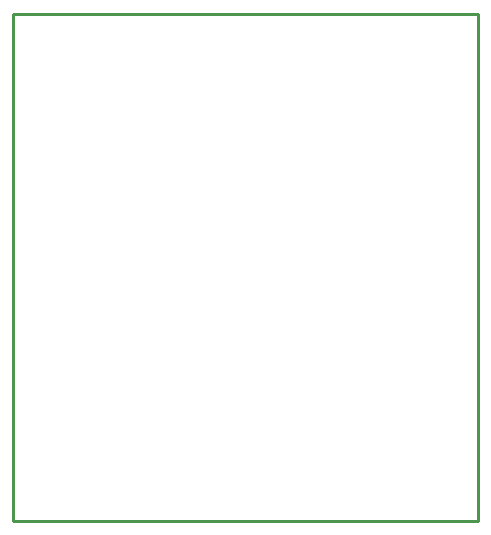
<source format=gko>
G04*
G04 #@! TF.GenerationSoftware,Altium Limited,Altium Designer,22.1.2 (22)*
G04*
G04 Layer_Color=16711935*
%FSLAX43Y43*%
%MOMM*%
G71*
G04*
G04 #@! TF.SameCoordinates,87715656-2F0B-43DF-9688-F49D06068116*
G04*
G04*
G04 #@! TF.FilePolarity,Positive*
G04*
G01*
G75*
%ADD13C,0.254*%
D13*
X0Y0D02*
Y42926D01*
Y0D02*
X39370D01*
Y42926D01*
X0D02*
X39370D01*
M02*

</source>
